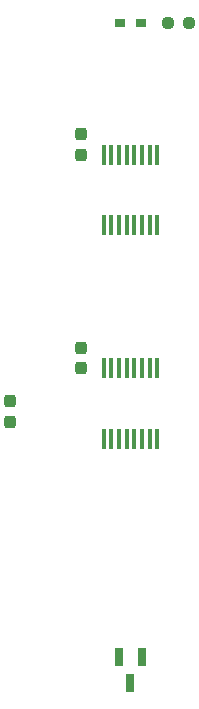
<source format=gbr>
G04 #@! TF.GenerationSoftware,KiCad,Pcbnew,9.0.6-9.0.6~ubuntu25.10.1*
G04 #@! TF.CreationDate,2025-12-24T16:01:02+09:00*
G04 #@! TF.ProjectId,bionic-mc68008,62696f6e-6963-42d6-9d63-36383030382e,2*
G04 #@! TF.SameCoordinates,Original*
G04 #@! TF.FileFunction,Paste,Top*
G04 #@! TF.FilePolarity,Positive*
%FSLAX46Y46*%
G04 Gerber Fmt 4.6, Leading zero omitted, Abs format (unit mm)*
G04 Created by KiCad (PCBNEW 9.0.6-9.0.6~ubuntu25.10.1) date 2025-12-24 16:01:02*
%MOMM*%
%LPD*%
G01*
G04 APERTURE LIST*
G04 Aperture macros list*
%AMRoundRect*
0 Rectangle with rounded corners*
0 $1 Rounding radius*
0 $2 $3 $4 $5 $6 $7 $8 $9 X,Y pos of 4 corners*
0 Add a 4 corners polygon primitive as box body*
4,1,4,$2,$3,$4,$5,$6,$7,$8,$9,$2,$3,0*
0 Add four circle primitives for the rounded corners*
1,1,$1+$1,$2,$3*
1,1,$1+$1,$4,$5*
1,1,$1+$1,$6,$7*
1,1,$1+$1,$8,$9*
0 Add four rect primitives between the rounded corners*
20,1,$1+$1,$2,$3,$4,$5,0*
20,1,$1+$1,$4,$5,$6,$7,0*
20,1,$1+$1,$6,$7,$8,$9,0*
20,1,$1+$1,$8,$9,$2,$3,0*%
G04 Aperture macros list end*
%ADD10RoundRect,0.237500X0.237500X-0.300000X0.237500X0.300000X-0.237500X0.300000X-0.237500X-0.300000X0*%
%ADD11R,0.355600X1.778000*%
%ADD12R,0.965200X0.762000*%
%ADD13R,0.660400X1.625600*%
%ADD14RoundRect,0.237500X-0.250000X-0.237500X0.250000X-0.237500X0.250000X0.237500X-0.250000X0.237500X0*%
G04 APERTURE END LIST*
D10*
X109509000Y-101064200D03*
X109509000Y-99339200D03*
D11*
X111425001Y-107007800D03*
X112074999Y-107007800D03*
X112725001Y-107007800D03*
X113374999Y-107007800D03*
X114024998Y-107007800D03*
X114674999Y-107007800D03*
X115324998Y-107007800D03*
X115974999Y-107007800D03*
X115974999Y-101064200D03*
X115325001Y-101064200D03*
X114674999Y-101064200D03*
X114025001Y-101064200D03*
X113375002Y-101064200D03*
X112725001Y-101064200D03*
X112075002Y-101064200D03*
X111425001Y-101064200D03*
D10*
X103540000Y-105560000D03*
X103540000Y-103835000D03*
D12*
X114576300Y-71778000D03*
X112823700Y-71778000D03*
D10*
X109509000Y-82954000D03*
X109509000Y-81229000D03*
D13*
X114650001Y-125526000D03*
X112749999Y-125526000D03*
X113700000Y-127658000D03*
D14*
X116851500Y-71778000D03*
X118676500Y-71778000D03*
D11*
X111425001Y-88897600D03*
X112074999Y-88897600D03*
X112725001Y-88897600D03*
X113374999Y-88897600D03*
X114024998Y-88897600D03*
X114674999Y-88897600D03*
X115324998Y-88897600D03*
X115974999Y-88897600D03*
X115974999Y-82954000D03*
X115325001Y-82954000D03*
X114674999Y-82954000D03*
X114025001Y-82954000D03*
X113375002Y-82954000D03*
X112725001Y-82954000D03*
X112075002Y-82954000D03*
X111425001Y-82954000D03*
M02*

</source>
